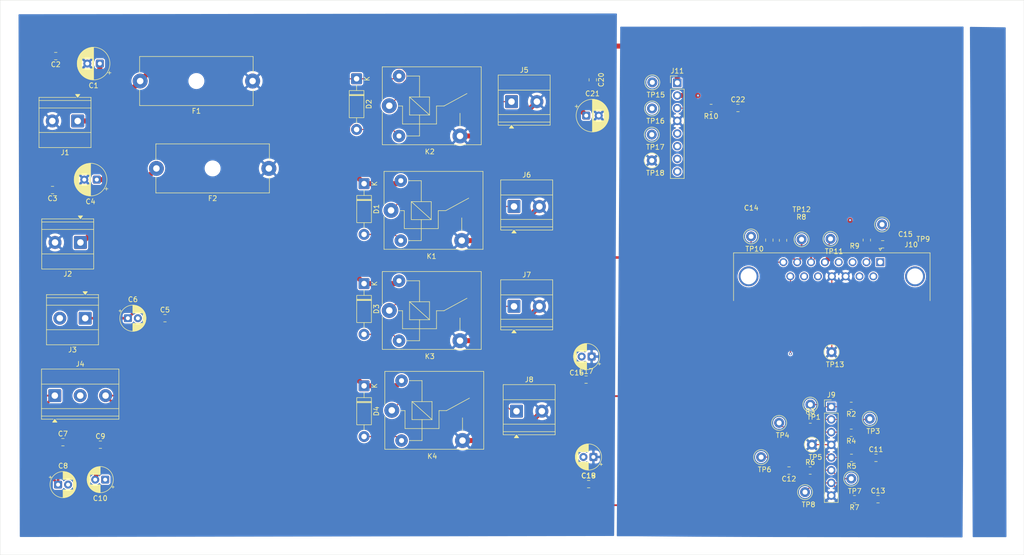
<source format=kicad_pcb>
(kicad_pcb (version 20241229) (generator "pcbnew") (generator_version "9.0")
  (layers (0 "F.Cu" signal) (2 "B.Cu" signal) (13 "F.Paste" user) (15 "B.Paste" user) (5 "F.SilkS" user "F.Silkscreen") (7 "B.SilkS" user "B.Silkscreen") (1 "F.Mask" user) (3 "B.Mask" user) (25 "Edge.Cuts" user))
  (net 0 "")
  (net 1 "GND_PWR")
  (net 2 "GND_SIG")
  (net 3 "/daq_interface/AO_MFC_SP_FILT")
  (net 4 "/daq_interface/AI_MFC_FLOW_FILT")
  (net 5 "Net-(C14-Pad1)")
  (net 6 "Net-(C15-Pad1)")
  (net 7 "Net-(C16-Pad2)")
  (net 8 "-15V")
  (net 9 "+15V")
  (net 10 "Net-(C18-Pad1)")
  (net 11 "/vacuum_gauge_interface/AI_PRESSURE_FILT")
  (net 12 "/relay_board/P0.1")
  (net 13 "+24V")
  (net 14 "+12V")
  (net 15 "/relay_board/P0.0")
  (net 16 "/relay_board/P0.2")
  (net 17 "/relay_board/P0.3")
  (net 18 "Net-(J5-Pin_1)")
  (net 19 "Net-(J6-Pin_1)")
  (net 20 "Net-(J7-Pin_1)")
  (net 21 "Net-(J8-Pin_1)")
  (net 22 "/daq_interface/DO_PRECURSOR")
  (net 23 "/daq_interface/DO_FORELINE")
  (net 24 "/daq_interface/AO_MFC_SETPOINT")
  (net 25 "/daq_interface/DO_N2")
  (net 26 "/daq_interface/AI_MFC_FLOW")
  (net 31 "CHASSIS_GND")
  (net 36 "/vacuum_gauge_interface/AI_PRESSURE")
  (net 40 "/daq_interface/DO_FORELINE_DRV")
  (net 41 "/daq_interface/DO_PRECURSOR_DRV")
  (net 42 "/daq_interface/DO_N2_DRV")
  (net 43 "+5V")
  (footprint "Resistor_SMD:R_0805_2012Metric_Pad1.20x1.40mm_HandSolder" (layer "F.Cu") (at 196.6308 62.7888 180)
    (property "Reference" "R10")
    (property "Value" "1k")
  )
  (footprint "Resistor_SMD:R_0805_2012Metric_Pad1.20x1.40mm_HandSolder" (layer "F.Cu") (at 224.6666 127.8336 180)
    (property "Reference" "R4")
    (property "Value" "330R")
  )
  (footprint "Fuse:Fuseholder_Cylinder-5x20mm_Schurter_0031_8201_Horizontal_Open" (layer "F.Cu") (at 108.1312 74.894 180)
    (property "Reference" "F2")
    (property "Value" "Fuse")
  )
  (footprint "Diode_THT:D_DO-41_SOD81_P10.16mm_Horizontal" (layer "F.Cu") (at 127.1862 77.948 -90)
    (property "Reference" "D1")
    (property "Value" "Diode")
  )
  (footprint "TestPoint:TestPoint_Loop_D2.50mm_Drill1.0mm" (layer "F.Cu") (at 184.8612 57.658)
    (property "Reference" "TP15")
    (property "Value" "TP_VAC_24V")
  )
  (footprint "Capacitor_SMD:C_0805_2012Metric_Pad1.18x1.45mm_HandSolder" (layer "F.Cu") (at 172.9447 57.15 -90)
    (property "Reference" "C20")
    (property "Value" "0.1uF")
  )
  (footprint "NetTie:NetTie-2_SMD_Pad0.5mm" (layer "F.Cu") (at 178.0322 92.7308)
    (property "Reference" "R_GND_TIE1" (hide yes))
    (property "Value" "R1" (hide yes))
  )
  (footprint "Capacitor_SMD:C_0805_2012Metric_Pad1.18x1.45mm_HandSolder" (layer "F.Cu") (at 87.3437 104.894)
    (property "Reference" "C5")
    (property "Value" "0.1uF")
  )
  (footprint "TestPoint:TestPoint_Loop_D2.50mm_Drill1.0mm" (layer "F.Cu") (at 230.8349 86.1268)
    (property "Reference" "TP9")
    (property "Value" "TestPoint")
  )
  (footprint "Capacitor_SMD:C_0805_2012Metric_Pad1.18x1.45mm_HandSolder" (layer "F.Cu") (at 229.6157 132.8628)
    (property "Reference" "C11")
    (property "Value" "10nF")
  )
  (footprint "TestPoint:TestPoint_Loop_D2.50mm_Drill1.0mm" (layer "F.Cu") (at 220.7257 111.6792)
    (property "Reference" "TP13")
    (property "Value" "TestPoint")
  )
  (footprint "Resistor_SMD:R_0805_2012Metric_Pad1.20x1.40mm_HandSolder" (layer "F.Cu") (at 224.7174 132.8628 180)
    (property "Reference" "R5")
    (property "Value" "100R")
  )
  (footprint "Diode_THT:D_DO-41_SOD81_P10.16mm_Horizontal" (layer "F.Cu") (at 127.1814 97.9632 -90)
    (property "Reference" "D3")
    (property "Value" "Diode")
  )
  (footprint "Diode_THT:D_DO-41_SOD81_P10.16mm_Horizontal" (layer "F.Cu") (at 127.1862 118.4356 -90)
    (property "Reference" "D4")
    (property "Value" "Diode")
  )
  (footprint "Capacitor_SMD:C_0805_2012Metric_Pad1.18x1.45mm_HandSolder" (layer "F.Cu") (at 65.4887 52.394 180)
    (property "Reference" "C2")
    (property "Value" "0.1uF")
  )
  (footprint "Capacitor_THT:CP_Radial_D6.3mm_P2.50mm" (layer "F.Cu") (at 171.639221 64.3128)
    (property "Reference" "C21")
    (property "Value" "47uF")
  )
  (footprint "Connector_PinHeader_2.54mm:PinHeader_1x08_P2.54mm_Vertical" (layer "F.Cu") (at 220.6752 122.6312)
    (property "Reference" "J9")
    (property "Value" "DAQ_IO")
  )
  (footprint "Capacitor_SMD:C_0805_2012Metric_Pad1.18x1.45mm_HandSolder" (layer "F.Cu") (at 172.120487 138.1252)
    (property "Reference" "C18")
    (property "Value" "0.1µF")
  )
  (footprint "TerminalBlock_Phoenix:TerminalBlock_Phoenix_MKDS-1,5-2-5.08_1x02_P5.08mm_Horizontal" (layer "F.Cu") (at 70.4262 89.7215 180)
    (property "Reference" "J2")
    (property "Value" "PWR_12V_IN")
  )
  (footprint "Capacitor_SMD:C_0805_2012Metric_Pad1.18x1.45mm_HandSolder" (layer "F.Cu") (at 171.6129 117.1956)
    (property "Reference" "C17")
    (property "Value" "0.1µF")
  )
  (footprint "Resistor_SMD:R_0805_2012Metric_Pad1.20x1.40mm_HandSolder" (layer "F.Cu") (at 216.453 135.4028)
    (property "Reference" "R6")
    (property "Value" "1k")
  )
  (footprint "Relay_THT:Relay_SPST_SANYOU_SRD_Series_Form_A" (layer "F.Cu") (at 132.5812 83.294)
    (property "Reference" "K1")
    (property "Value" "Relay 2")
  )
  (footprint "TestPoint:TestPoint_Loop_D2.50mm_Drill1.0mm" (layer "F.Cu") (at 215.421 139.7208)
    (property "Reference" "TP8")
    (property "Value" "TestPoint")
  )
  (footprint "Capacitor_SMD:C_0805_2012Metric_Pad1.18x1.45mm_HandSolder" (layer "F.Cu") (at 66.9237 129.7215)
    (property "Reference" "C7")
    (property "Value" "0.1uF")
  )
  (footprint "TestPoint:TestPoint_Loop_D2.50mm_Drill1.0mm" (layer "F.Cu") (at 220.5228 89.0016)
    (property "Reference" "TP11")
    (property "Value" "TestPoint")
  )
  (footprint "TestPoint:TestPoint_Loop_D2.50mm_Drill1.0mm" (layer "F.Cu") (at 216.7926 130.2212)
    (property "Reference" "TP5")
    (property "Value" "TestPoint")
  )
  (footprint "Capacitor_SMD:C_0805_2012Metric_Pad1.18x1.45mm_HandSolder" (layer "F.Cu") (at 74.4237 130.2215)
    (property "Reference" "C9")
    (property "Value" "0.1uF")
  )
  (footprint "Capacitor_THT:CP_Radial_D5.0mm_P2.00mm" (layer "F.Cu") (at 173.0756 132.6896 180)
    (property "Reference" "C19")
    (property "Value" "10µF")
  )
  (footprint "TerminalBlock_Phoenix:TerminalBlock_Phoenix_MKDS-1,5-2-5.08_1x02_P5.08mm_Horizontal" (layer "F.Cu") (at 157.1862 102.5165)
    (property "Reference" "J7")
    (property "Value" "J_N2_PURGE")
  )
  (footprint "TerminalBlock_Phoenix:TerminalBlock_Phoenix_MKDS-1,5-2-5.08_1x02_P5.08mm_Horizontal" (layer "F.Cu") (at 71.3812 104.894 180)
    (property "Reference" "J3")
    (property "Value" "PWR_5V_IN")
  )
  (footprint "Capacitor_SMD:C_0805_2012Metric_Pad1.18x1.45mm_HandSolder" (layer "F.Cu") (at 208.2797 89.2549 90)
    (property "Reference" "C14")
    (property "Value" "10nF")
  )
  (footprint "Resistor_SMD:R_0805_2012Metric_Pad1.20x1.40mm_HandSolder" (layer "F.Cu") (at 216.4718 125.192)
    (property "Reference" "R3")
    (property "Value" "330R")
  )
  (footprint "Resistor_SMD:R_0805_2012Metric_Pad1.20x1.40mm_HandSolder" (layer "F.Cu") (at 227.7869 89.2416 -90)
    (property "Reference" "R9")
    (property "Value" "1kΩ")
  )
  (footprint "TerminalBlock_Phoenix:TerminalBlock_Phoenix_MKDS-1,5-2-5.08_1x02_P5.08mm_Horizontal" (layer "F.Cu") (at 69.8812 65.394 180)
    (property "Reference" "J1")
    (property "Value" "PWR_24V_IN")
  )
  (footprint "Capacitor_SMD:C_0805_2012Metric_Pad1.18x1.45mm_HandSolder" (layer "F.Cu") (at 230.0221 141.1432)
    (property "Reference" "C13")
    (property "Value" "10nF")
  )
  (footprint "Connector_Dsub:DSUB-15_Socket_Horizontal_P2.77x2.84mm_EdgePinOffset4.94mm_Housed_MountingHolesOffset4.94mm" (layer "F.Cu") (at 230.4751 93.6688)
    (property "Reference" "J10")
    (property "Value" "MFC_DB15")
  )
  (footprint "TestPoint:TestPoint_Loop_D2.50mm_Drill1.0mm" (layer "F.Cu") (at 204.6221 88.5144)
    (property "Reference" "TP10")
    (property "Value" "TestPoint")
  )
  (footprint "Capacitor_SMD:C_0805_2012Metric_Pad1.18x1.45mm_HandSolder" (layer "F.Cu") (at 202.0023 62.7888)
    (property "Reference" "C22")
    (property "Value" "10nF")
  )
  (footprint "Resistor_SMD:R_0805_2012Metric_Pad1.20x1.40mm_HandSolder" (layer "F.Cu") (at 211.0229 89.2924 -90)
    (property "Reference" "R8")
    (property "Value" "1kΩ")
  )
  (footprint "Capacitor_THT:CP_Radial_D5.0mm_P2.00mm" (layer "F.Cu") (at 79.926088 104.894)
    (property "Reference" "C6")
    (property "Value" "10uF")
  )
  (footprint "Relay_THT:Relay_SPST_SANYOU_SRD_Series_Form_A" (layer "F.Cu") (at 132.7312 123.344)
    (property "Reference" "K4")
    (property "Value" "Relay 4")
  )
  (footprint "Capacitor_THT:CP_Radial_D5.0mm_P2.00mm" (layer "F.Cu") (at 172.72 112.5728 180)
    (property "Reference" "C16")
    (property "Value" "10µF")
  )
  (footprint "Connector_PinHeader_2.54mm:PinHeader_1x08_P2.54mm_Vertical" (layer "F.Cu") (at 189.862 57.7432)
    (property "Reference" "J11")
    (property "Value" "VACUUM_GAUGE_8PIN")
  )
  (footprint "Diode_THT:D_DO-41_SOD81_P10.16mm_Horizontal" (layer "F.Cu") (at 125.6862 56.9365 -90)
    (property "Reference" "D2")
    (property "Value" "Diode")
  )
  (footprint "Resistor_SMD:R_0805_2012Metric_Pad1.20x1.40mm_HandSolder" (layer "F.Cu") (at 225.311 141.1432 180)
    (property "Reference" "R7")
    (property "Value" "1k")
  )
  (footprint "Relay_THT:Relay_SPST_SANYOU_SRD_Series_Form_A" (layer "F.Cu") (at 132.2312 103.344)
    (property "Reference" "K3")
    (property "Value" "Relay 3")
  )
  (footprint "Capacitor_THT:CP_Radial_D5.0mm_P2.00mm" (layer "F.Cu") (at 75.3862 137.2215 180)
    (property "Reference" "C10")
    (property "Value" "10uF")
  )
  (footprint "TestPoint:TestPoint_Loop_D2.50mm_Drill1.0mm" (layer "F.Cu") (at 228.375 125.0396)
    (property "Reference" "TP3")
    (property "Value" "TestPoint")
  )
  (footprint "TerminalBlock_Phoenix:TerminalBlock_Phoenix_MKDS-1,5-2-5.08_1x02_P5.08mm_Horizontal" (layer "F.Cu") (at 156.6862 61.5165)
    (property "Reference" "J5")
    (property "Value" "J_FORELINE_VALVE")
  )
  (footprint "Capacitor_THT:CP_Radial_D6.3mm_P2.50mm" (layer "F.Cu") (at 74.3062 53.894 180)
    (property "Reference" "C1")
    (property "Value" "47uF")
  )
  (footprint "TestPoint:TestPoint_Loop_D2.50mm_Drill1.0mm" (layer "F.Cu") (at 224.6666 137.0284)
    (property "Reference" "TP7")
    (property "Value" "TestPoint")
  )
  (footprint "TestPoint:TestPoint_Loop_D2.50mm_Drill1.0mm" (layer "F.Cu") (at 184.8104 62.8904)
    (property "Reference" "TP16")
    (property "Value" "TP_VAC_GND")
  )
  (footprint "Capacitor_SMD:C_0805_2012Metric_Pad1.18x1.45mm_HandSolder" (layer "F.Cu") (at 230.958 90.0892)
    (property "Reference" "C15")
    (property "Value" "10nF")
  )
  (footprint "Capacitor_SMD:C_0805_2012Metric_Pad1.18x1.45mm_HandSolder" (layer "F.Cu") (at 64.8437 79.2215 180)
    (property "Reference" "C3")
    (property "Value" "0.1uF")
  )
  (footprint "TestPoint:TestPoint_Loop_D2.50mm_Drill1.0mm" (layer "F.Cu") (at 216.4878 122.1948)
    (property "Reference" "TP1")
    (property "Value" "TestPoint")
  )
  (footprint "Relay_THT:Relay_SPST_SANYOU_SRD_Series_Form_A" (layer "F.Cu") (at 132.2312 62.344)
    (property "Reference" "K2")
    (property "Value" "Relay 1")
  )
  (footprint "Fuse:Fuseholder_Cylinder-5x20mm_Schurter_0031_8201_Horizontal_Open" (layer "F.Cu") (at 104.8812 57.394 180)
    (property "Reference" "F1")
    (property "Value" "Fuse")
  )
  (footprint "Resistor_SMD:R_0805_2012Metric_Pad1.20x1.40mm_HandSolder" (layer "F.Cu") (at 224.6666 122.4488 180)
    (property "Reference" "R2")
    (property "Value" "330R")
  )
  (footprint "Capacitor_THT:CP_Radial_D6.3mm_P2.50mm" (layer "F.Cu") (at 73.6998 77.1352 180)
    (property "Reference" "C4")
    (property "Value" "47uF")
  )
  (footprint "TestPoint:TestPoint_Loop_D2.50mm_Drill1.0mm" (layer "F.Cu") (at 184.7596 73.3044)
    (property "Reference" "TP18")
    (property "Value" "TP_VAC_SIG_GND")
  )
  (footprint "TestPoint:TestPoint_Loop_D2.50mm_Drill1.0mm" (layer "F.Cu") (at 184.7596 68.1228)
    (property "Reference" "TP17")
    (property "Value" "TP_VAC_SIG")
  )
  (footprint "Capacitor_SMD:C_0805_2012Metric_Pad1.18x1.45mm_HandSolder" (layer "F.Cu") (at 212.1991 135.4028 180)
    (property "Reference" "C12")
    (property "Value" "10nF")
  )
  (footprint "TerminalBlock_Phoenix:TerminalBlock_Phoenix_MKDS-1,5-2-5.08_1x02_P5.08mm_Horizontal" (layer "F.Cu") (at 157.1862 82.5165)
    (property "Reference" "J6")
    (property "Value" "J_PRECURSOR_A")
  )
  (footprint "TerminalBlock_Phoenix:TerminalBlock_Phoenix_MKDS-1,5-2-5.08_1x02_P5.08mm_Horizontal" (layer "F.Cu") (at 157.6862 123.5165)
    (property "Reference" "J8")
    (property "Value" "J_SPARE")
  )
  (footprint "TerminalBlock_Phoenix:TerminalBlock_Phoenix_MKDS-1,5-3-5.08_1x03_P5.08mm_Horizontal" (layer "F.Cu") (at 65.3012 120.394)
    (property "Reference" "J4")
    (property "Value" "PWR_±15V_IN")
  )
  (footprint "TestPoint:TestPoint_Loop_D2.50mm_Drill1.0mm" (layer "F.Cu") (at 210.2394 125.8524)
    (property "Reference" "TP4")
    (property "Value" "TestPoint")
  )
  (footprint "TestPoint:TestPoint_Loop_D2.50mm_Drill1.0mm" (layer "F.Cu") (at 206.6326 132.7104)
    (property "Reference" "TP6")
    (property "Value" "TestPoint")
  )
  (footprint "TestPoint:TestPoint_Loop_D2.50mm_Drill1.0mm" (layer "F.Cu") (at 214.7316 89.1032)
    (property "Reference" "TP12")
    (property "Value" "TestPoint")
  )
  (footprint "Capacitor_THT:CP_Radial_D5.0mm_P2.00mm" (layer "F.Cu") (at 65.9612 138.2215)
    (property "Reference" "C8")
    (property "Value" "10uF")
  )
  (gr_rect (start 54.3596 41.1872) (end 259.2288 152.2984) (stroke (width 0.05)) (fill no) (layer "Edge.Cuts"))
  (segment (start 189.862 60.2832) (end 193.9888 60.2832) (width 1) (layer "F.Cu") (net 1))
  (segment (start 146.3812 109.394) (end 155.3887 109.394) (width 1) (layer "F.Cu") (net 1))
  (segment (start 155.3887 109.394) (end 162.2662 102.5165) (width 1) (layer "F.Cu") (net 1))
  (segment (start 146.8812 129.394) (end 156.8887 129.394) (width 1) (layer "F.Cu") (net 1))
  (segment (start 219.3951 93.6688) (end 224.4344 88.6295) (width 1) (layer "F.Cu") (net 1))
  (segment (start 224.4344 88.6295) (end 224.4344 85.2424) (width 1) (layer "F.Cu") (net 1))
  (segment (start 154.8887 68.394) (end 161.7662 61.5165) (width 1) (layer "F.Cu") (net 1))
  (segment (start 194.0052 60.2996) (end 193.9888 60.2832) (width 1) (layer "F.Cu") (net 1))
  (segment (start 156.8887 129.394) (end 162.7662 123.5165) (width 1) (layer "F.Cu") (net 1))
  (segment (start 155.4387 89.344) (end 162.2662 82.5165) (width 1) (layer "F.Cu") (net 1))
  (segment (start 146.3812 68.394) (end 154.8887 68.394) (width 1) (layer "F.Cu") (net 1))
  (segment (start 146.7312 89.344) (end 155.4387 89.344) (width 1) (layer "F.Cu") (net 1))
  (via (at 194.0052 60.2996) (size 0.6) (drill 0.3) (layers "F.Cu" "B.Cu") (net 1))
  (via (at 224.4344 85.2424) (size 0.6) (drill 0.3) (layers "F.Cu" "B.Cu") (net 1))
  (segment (start 220.7801 111.6248) (end 220.7257 111.6792) (width 0.2) (layer "F.Cu") (net 2))
  (segment (start 220.6452 130.2212) (end 220.6752 130.2512) (width 0.2) (layer "F.Cu") (net 2))
  (segment (start 216.7926 130.2212) (end 220.6452 130.2212) (width 0.2) (layer "F.Cu") (net 2))
  (segment (start 220.7801 96.5088) (end 220.7801 111.6248) (width 0.2) (layer "F.Cu") (net 2))
  (segment (start 225.7174 132.8628) (end 228.5782 132.8628) (width 0.2) (layer "F.Cu") (net 3))
  (segment (start 226.311 141.1432) (end 228.9846 141.1432) (width 0.2) (layer "F.Cu") (net 4))
  (segment (start 204.6221 88.5144) (end 204.6221 92.1212) (width 0.2) (layer "F.Cu") (net 5))
  (segment (start 206.1697 93.6688) (end 211.0851 93.6688) (width 0.2) (layer "F.Cu") (net 5))
  (segment (start 204.6221 92.1212) (end 206.1697 93.6688) (width 0.2) (layer "F.Cu") (net 5))
  (segment (start 211.0229 90.2924) (end 208.2797 90.2924) (width 0.2) (layer "F.Cu") (net 5))
  (segment (start 227.7869 90.2416) (end 229.7681 90.2416) (width 0.2) (layer "F.Cu") (net 6))
  (segment (start 233.8321 89.124) (end 230.8349 86.1268) (width 0.2) (layer "F.Cu") (net 6))
  (segment (start 229.7681 90.2416) (end 229.9205 90.0892) (width 0.2) (layer "F.Cu") (net 6))
  (segment (start 227.7051 93.6688) (end 229.2019 92.172) (width 0.2) (layer "F.Cu") (net 6))
  (segment (start 233.8321 92.172) (end 233.8321 89.124) (width 0.2) (layer "F.Cu") (net 6))
  (segment (start 227.7051 93.6688) (end 227.6617 93.6688) (width 0.2) (layer "F.Cu") (net 6))
  (segment (start 229.2019 92.172) (end 233.8321 92.172) (width 0.2) (layer "F.Cu") (net 6))
  (segment (start 227.6617 93.6688) (end 227.6345 93.696) (width 0.2) (layer "F.Cu") (net 6))
  (segment (start 217.424 90.6272) (end 216.6251 91.4261) (width 0.35) (layer "F.Cu") (net 8))
  (segment (start 167.9956 125.0696) (end 172.5676 120.4976) (width 0.35) (layer "F.Cu") (net 8))
  (segment (start 73.3862 137.2215) (end 73.3862 130.2215) (width 0.5) (layer "F.Cu") (net 8))
  (segment (start 84.2772 139.446) (end 155.2956 139.446) (width 0.35) (layer "F.Cu") (net 8))
  (segment (start 167.9956 130.302) (end 167.9956 125.0696) (width 0.35) (layer "F.Cu") (net 8))
  (segment (start 217.3224 90.5256) (end 217.424 90.6272) (width 0.35) (layer "F.Cu") (net 8))
  (segment (start 194.4624 82.4484) (end 195.326 81.5848) (width 0.35) (layer "F.Cu") (net 8))
  (segment (start 172.5676 120.4976) (end 172.6504 120.4148) (width 0.35) (layer "F.Cu") (net 8))
  (segment (start 195.326 81.5848) (end 217.3224 81.5848) (width 0.35) (layer "F.Cu") (net 8))
  (segment (start 75.4612 120.394) (end 78.4812 123.414) (width 0.5) (layer "F.Cu") (net 8))
  (segment (start 216.6251 91.4261) (end 216.6251 93.6688) (width 0.35) (layer "F.Cu") (net 8))
  (segment (start 217.3224 81.5848) (end 217.3224 90.5256) (width 0.35) (layer "F.Cu") (net 8))
  (segment (start 172.6504 120.4148) (end 172.6504 117.1956) (width 0.35) (layer "F.Cu") (net 8))
  (segment (start 160.4772 137.8204) (end 167.9956 130.302) (width 0.35) (layer "F.Cu") (net 8))
  (segment (start 172.5676 120.4976) (end 194.4624 120.4976) (width 0.35) (layer "F.Cu") (net 8))
  (segment (start 216.6251 93.6688) (end 220.5228 89.7711) (width 0.2) (layer "F.Cu") (net 8))
  (segment (start 81.7662 123.414) (end 81.7662 133.574) (width 0.5) (layer "F.Cu") (net 8))
  (segment (start 194.4624 120.4976) (end 194.4624 82.4484) (width 0.35) (layer "F.Cu") (net 8))
  (segment (start 84.2772 121.3612) (end 84.2772 139.446) (width 0.35) (layer "F.Cu") (net 8))
  (segment (start 75.4612 120.394) (end 83.31 120.394) (width 0.35) (layer "F.Cu") (net 8))
  (segment (start 78.4812 123.414) (end 81.7662 123.414) (width 0.5) (layer "F.Cu") (net 8))
  (segment (start 156.9212 137.8204) (end 160.4772 137.8204) (width 0.35) (layer "F.Cu") (net 8))
  (segment (start 83.31 120.394) (end 84.2772 121.3612) (width 0.35) (layer "F.Cu") (net 8))
  (segment (start 81.7662 133.574) (end 75.1622 133.6756) (width 0.5) (layer "F.Cu") (net 8))
  (segment (start 220.5228 89.7711) (end 220.5228 89.0016) (width 0.2) (layer "F.Cu") (net 8))
  (segment (start 155.2956 139.446) (end 156.9212 137.8204) (width 0.35) (layer "F.Cu") (net 8))
  (segment (start 75.1622 133.6756) (end 73.3862 137.2215) (width 0.5) (layer "F.Cu") (net 8))
  (segment (start 213.8551 93.5865) (end 214.7316 92.71) (width 0.35) (layer "F.Cu") (net 9))
  (segment (start 212.5915 92.4052) (end 213.8551 93.6688) (width 0.35) (layer "F.Cu") (net 9))
  (segment (start 197.866 142.3416) (end 197.866 84.1248) (width 0.35) (layer "F.Cu") (net 9))
  (segment (start 173.1772 141.986) (end 173.157987 141.966787) (width 0.35) (layer "F.Cu") (net 9))
  (segment (start 60.3504 143.51) (end 61.5188 142.3416) (width 0.35) (layer "F.Cu") (net 9))
  (segment (start 212.5472 86.9188) (end 212.5472 92.4052) (width 0.35) (layer "F.Cu") (net 9))
  (segment (start 61.4462 133.574) (end 65.9612 138.089) (width 0.5) (layer "F.Cu") (net 9))
  (segment (start 65.3012 120.394) (end 60.5048 120.394) (width 0.35) (layer "F.Cu") (net 9))
  (segment (start 61.4462 123.414) (end 61.4462 133.574) (width 0.5) (layer "F.Cu") (net 9))
  (segment (start 212.5472 92.4052) (end 212.5915 92.4052) (width 0.35) (layer "F.Cu") (net 9))
  (segment (start 173.157987 142.322387) (end 173.1772 142.3416) (width 0.2) (layer "F.Cu") (net 9))
  (segment (start 207.8736 83.7692) (end 210.9724 86.868) (width 0.35) (layer "F.Cu") (net 9))
  (segment (start 212.4964 86.868) (end 212.5472 86.9188) (width 0.35) (layer "F.Cu") (net 9))
  (segment (start 173.1772 142.3416) (end 197.866 142.3416) (width 0.35) (layer "F.Cu") (net 9))
  (segment (start 65.9612 138.2215) (end 65.9612 129.7965) (width 0.5) (layer "F.Cu") (net 9))
  (segment (start 65.9612 129.7965) (end 65.8862 129.7215) (width 0.2) (layer "F.Cu") (net 9))
  (segment (start 65.9612 138.089) (end 65.9612 138.2215) (width 0.2) (layer "F.Cu") (net 9))
  (segment (start 60.5048 120.394) (end 60.3504 120.5484) (width 0.35) (layer "F.Cu") (net 9))
  (segment (start 210.9724 86.868) (end 212.4964 86.868) (width 0.35) (layer "F.Cu") (net 9))
  (segment (start 214.7316 92.71) (end 214.7316 89.1032) (width 0.35) (layer "F.Cu") (net 9))
  (segment (start 197.866 84.1248) (end 198.2216 83.7692) (width 0.35) (layer "F.Cu") (net 9))
  (segment (start 61.5188 142.3416) (end 173.1772 142.3416) (width 0.35) (layer "F.Cu") (net 9))
  (segment (start 173.1772 142.3416) (end 173.1772 141.986) (width 0.35) (layer "F.Cu") (net 9))
  (segment (start 173.157987 141.966787) (end 173.157987 138.1252) (width 0.35) (layer "F.Cu") (net 9))
  (segment (start 198.2216 83.7692) (end 207.8736 83.7692) (width 0.35) (layer "F.Cu") (net 9))
  (segment (start 65.3012 120.394) (end 62.2812 123.414) (width 0.5) (layer "F.Cu") (net 9))
  (segment (start 62.2812 123.414) (end 61.4462 123.414) (width 0.5) (layer "F.Cu") (net 9))
  (segment (start 213.8551 93.6688) (end 213.8551 93.5865) (width 0.35) (layer "F.Cu") (net 9))
  (segment (start 60.3504 120.5484) (end 60.3504 143.51) (width 0.35) (layer "F.Cu") (net 9))
  (segment (start 213.2366 135.4028) (end 215.453 135.4028) (width 0.2) (layer "F.Cu") (net 11))
  (segment (start 197.6308 62.7888) (end 200.9648 62.7888) (width 0.2) (layer "F.Cu") (net 11))
  (segment (start 133.2952 88.108) (end 134.5312 89.344) (width 0.2) (layer "F.Cu") (net 12))
  (segment (start 127.1862 88.108) (end 133.2952 88.108) (width 0.2) (layer "F.Cu") (net 12))
  (segment (start 127.1862 118.4356) (end 133.6396 118.4356) (width 1) (layer "F.Cu") (net 13))
  (segment (start 69.8812 65.394) (end 74.3812 65.394) (width 1) (layer "F.Cu") (net 13))
  (segment (start 75.5305 64.2447) (end 77.3593 62.4159) (width 1) (layer "F.Cu") (net 13))
  (segment (start 189.9412 52.9844) (end 189.862 53.0636) (width 1) (layer "F.Cu") (net 13))
  (segment (start 127.1862 77.948) (end 133.9272 77.948) (width 1) (layer "F.Cu") (net 13))
  (segment (start 131.2164 50.3936) (end 168.91 50.3936) (width 1) (layer "F.Cu") (net 13))
  (segment (start 172.72 50.3936) (end 187.3504 50.3936) (width 1) (layer "F.Cu") (net 13))
  (segment (start 168.91 61.583579) (end 171.639221 64.3128) (width 1) (layer "F.Cu") (net 13))
  (segment (start 129.1844 52.4256) (end 131.2164 50.3936) (width 1) (layer "F.Cu") (net 13))
  (segment (start 134.989331 58.345) (end 131.890701 58.345) (width 1) (layer "F.Cu") (net 13))
  (segment (start 79.2135 60.5617) (end 82.3812 57.394) (width 1) (layer "F.Cu") (net 13))
  (segment (start 74.3812 65.394) (end 75.5305 64.2447) (width 1) (layer "F.Cu") (net 13))
  (segment (start 168.91 50.3936) (end 168.91 61.583579) (width 1) (layer "F.Cu") (net 13))
  (segment (start 168.91 50.3936) (end 172.72 50.3936) (width 1) (layer "F.Cu") (net 13))
  (segment (start 123.8852 94.667) (end 127.1814 97.9632) (width 1) (layer "F.Cu") (net 13))
  (segment (start 64.4512 54.6894) (end 68.2026 58.4408) (width 1) (layer "F.Cu") (net 13))
  (segment (start 74.3062 55.6544) (end 79.2135 60.5617) (width 1) (layer "F.Cu") (net 13))
  (segment (start 134.989331 54.443) (end 136.1322 55.585869) (width 1) (layer "F.Cu") (net 13))
  (segment (start 129.1844 54.443) (end 129.1844 52.4256) (width 1) (layer "F.Cu") (net 13))
  (segment (start 123.8852 74.647) (end 127.1862 77.948) (width 1) (layer "F.Cu") (net 13))
  (segment (start 187.3504 50.3936) (end 189.9412 52.9844) (width 1) (layer "F.Cu") (net 13))
  (segment (start 123.8852 94.667) (end 123.8852 115.1346) (width 1) (layer "F.Cu") (net 13))
  (segment (start 129.1844 54.443) (end 134.989331 54.443) (width 1) (layer "F.Cu") (net 13))
  (segment (start 136.1322 57.202131) (end 134.989331 58.345) (width 1) (layer "F.Cu") (net 13))
  (segment (start 123.8852 115.1346) (end 127.1862 118.4356) (width 1) (layer "F.Cu") (net 13))
  (segment (start 73.3842 58.4408) (end 77.3593 62.4159) (width 1) (layer "F.Cu") (net 13))
  (segment (start 133.612 97.9632) (end 134.1812 97.394) (width 1) (layer "F.Cu") (net 13))
  (segment (start 136.1322 55.585869) (end 136.1322 57.202131) (width 1) (layer "F.Cu") (net 13))
  (segment (start 74.3062 53.9272) (end 74.5526 54.1736) (width 0.2) (layer "F.Cu") (net 13))
  (segment (start 123.8852 66.350501) (end 123.8852 74.647) (width 1) (layer "F.Cu") (net 13))
  (segment (start 75.5305 64.2447) (end 85.3322 54.443) (width 1) (layer "F.Cu") (net 13))
  (segment (start 64.4512 52.394) (end 64.4512 54.6894) (width 1) (layer "F.Cu") (net 13))
  (segment (start 189.862 53.0636) (end 189.862 57.7432) (width 1) (layer "F.Cu") (net 13))
  (segment (start 74.5526 54.1736) (end 74.816814 54.1736) (width 0.2) (layer "F.Cu") (net 13))
  (segment (start 85.3322 54.443) (end 129.1844 54.443) (width 1) (layer "F.Cu") (net 13))
  (segment (start 123.8852 74.647) (end 123.8852 94.667) (width 1) (layer "F.Cu") (net 13))
  (segment (start 74.3062 53.894) (end 74.3062 55.6544) (width 1) (layer "F.Cu") (net 13))
  (segment (start 133.6396 118.4356) (end 134.6812 117.394) (width 1) (layer "F.Cu") (net 13))
  (segment (start 131.890701 58.345) (end 123.8852 66.350501) (width 1) (layer "F.Cu") (net 13))
  (segment (start 74.3062 53.894) (end 74.3062 53.9272) (width 0.2) (layer "F.Cu") (net 13))
  (segment (start 133.9272 77.948) (end 134.5312 77.344) (width 1) (layer "F.Cu") (net 13))
  (segment (start 68.2026 58.4408) (end 73.3842 58.4408) (width 1) (layer "F.Cu") (net 13))
  (segment (start 172.9447 50.6183) (end 172.9447 56.1125) (width 1) (layer "F.Cu") (net 13))
  (segment (start 77.3593 62.4159) (end 79.2135 60.5617) (width 1) (layer "F.Cu") (net 13))
  (segment (start 127.1814 97.9632) (end 133.612 97.9632) (width 1) (layer "F.Cu") (net 13))
  (segment (start 172.72 50.3936) (end 172.9447 50.6183) (width 1) (layer "F.Cu") (net 13))
  (segment (start 133.6387 56.9365) (end 134.1812 56.394) (width 1) (layer "F.Cu") (net 14))
  (segment (start 73.6998 77.1352) (end 75.213 77.1352) (width 1) (layer "F.Cu") (net 14))
  (segment (start 70.4262 89.7215) (end 70.8037 89.7215) (width 0.2) (layer "F.Cu") (net 14))
  (segment (start 64.9514 82.2152) (end 78.2855 82.2397) (width 1) (layer "F.Cu") (net 14))
  (segment (start 75.213 77.1352) (end 79.3015 81.2237) (width 1) (layer "F.Cu") (net 14))
  (segment (start 107.3186 65.248) (end 116.9509 56.9365) (width 0.2) (layer "F.Cu") (net 14))
  (segment (start 82.5019 66.9752) (end 82.5019 65.2743) (width 0.2) (layer "F.Cu") (net 14))
  (segment (start 82.5019 65.2743) (end 107.3186 65.248) (width 0.2) (layer "F.Cu") (net 14))
  (segment (start 82.5019 78.0233) (end 85.6312 74.894) (width 1) (layer "F.Cu") (net 14))
  (segment (start 70.8037 89.7215) (end 78.2855 82.2397) (width 1) (layer "F.Cu") (net 14))
  (segment (start 82.5019 65.2743) (end 82.579 65.1972) (width 0.2) (layer "F.Cu") (net 14))
  (segment (start 82.5019 78.0233) (end 82.5019 66.9752) (width 0.2) (layer "F.Cu") (net 14))
  (segment (start 78.2855 82.2397) (end 79.3015 81.2237) (width 1) (layer "F.Cu") (net 14))
  (segment (start 63.8062 79.2215) (end 64.9514 82.2152) (width 1) (layer "F.Cu") (net 14))
  (segment (start 116.9509 56.9365) (end 125.6862 56.9365) (width 0.2) (layer "F.Cu") (net 14))
  (segment (start 125.6862 56.9365) (end 133.6387 56.9365) (width 0.2) (layer "F.Cu") (net 14))
  (segment (start 79.3015 81.2237) (end 82.5019 78.0233) (width 1) (layer "F.Cu") (net 14))
  (segment (start 125.6862 67.0965) (end 132.8837 67.0965) (width 0.2) (layer "F.Cu") (net 15))
  (segment (start 132.8837 67.0965) (end 134.1812 68.394) (width 0.2) (layer "F.Cu") (net 15))
  (segment (start 127.1814 108.1232) (end 132.9104 108.1232) (width 0.2) (layer "F.Cu") (net 16))
  (segment (start 132.9104 108.1232) (end 134.1812 109.394) (width 0.2) (layer "F.Cu") (net 16))
  (segment (start 127.1862 128.5956) (end 133.8828 128.5956) (width 0.2) (layer "F.Cu") (net 17))
  (segment (start 133.8828 128.5956) (end 134.6812 129.394) (width 0.2) (layer "F.Cu") (net 17))
  (segment (start 152.5814 59.2028) (end 135.3724 59.2028) (width 0.2) (layer "F.Cu") (net 18))
  (segment (start 156.6862 61.5165) (end 154.8951 61.5165) (width 0.2) (layer "F.Cu") (net 18))
  (segment (start 154.8951 61.5165) (end 152.5814 59.2028) (width 0.2) (layer "F.Cu") (net 18))
  (segment (start 135.3724 59.2028) (end 132.2312 62.344) (width 0.2) (layer "F.Cu") (net 18))
  (segment (start 152.4798 79.98) (end 155.0163 82.5165) (width 0.2) (layer "F.Cu") (net 19))
  (segment (start 135.0554 80.8198) (end 135.0554 79.98) (width 0.2) (layer "F.Cu") (net 19))
  (segment (start 135.0554 79.98) (end 152.4798 79.98) (width 0.2) (layer "F.Cu") (net 19))
  (segment (start 132.5812 83.294) (end 135.0554 80.8198) (width 0.2) (layer "F.Cu") (net 19))
  (segment (start 155.0163 82.5165) (end 157.1862 82.5165) (width 0.2) (layer "F.Cu") (net 19))
  (segment (start 135.5292 100.046) (end 132.2312 103.344) (width 0.2) (layer "F.Cu") (net 20))
  (segment (start 157.1862 102.5165) (end 155.1535 102.5165) (width 0.2) (layer "F.Cu") (net 20))
  (segment (start 155.1535 102.5165) (end 152.683 100.046) (width 0.2) (layer "F.Cu") (net 20))
  (segment (start 152.683 100.046) (end 135.5292 100.046) (width 0.2) (layer "F.Cu") (net 20))
  (segment (start 157.6862 123.5165) (end 156.7479 123.5165) (width 0.2) (layer "F.Cu") (net 21))
  (segment (start 156.7479 123.5165) (end 152.9878 119.7564) (width 0.2) (layer "F.Cu") (net 21))
  (segment (start 136.3188 119.7564) (end 132.7312 123.344) (width 0.2) (layer "F.Cu") (net 21))
  (segment (start 152.9878 119.7564) (end 136.3188 119.7564) (width 0.2) (layer "F.Cu") (net 21))
  (segment (start 217.4926 125.1712) (end 217.4718 125.192) (width 0.2) (layer "F.Cu") (net 22))
  (segment (start 220.6752 125.1712) (end 217.4926 125.1712) (width 0.2) (layer "F.Cu") (net 22))
  (segment (start 228.2434 125.1712) (end 228.375 125.0396) (width 0.2) (layer "F.Cu") (net 22))
  (segment (start 220.6752 125.1712) (end 228.2434 125.1712) (width 0.2) (layer "F.Cu") (net 22))
  (segment (start 223.4842 122.6312) (end 223.6666 122.4488) (width 0.2) (layer "F.Cu") (net 23))
  (segment (start 220.6752 122.6312) (end 223.4842 122.6312) (width 0.2) (layer "F.Cu") (net 23))
  (segment (start 218.3166 122.1948) (end 218.753 122.6312) (width 0.2) (layer "F.Cu") (net 23))
  (segment (start 220.6752 122.6312) (end 218.753 122.6312) (width 0.2) (layer "F.Cu") (net 23))
  (segment (start 216.4878 122.1948) (end 218.3166 122.1948) (width 0.2) (layer "F.Cu") (net 23))
  (segment (start 214.2233 131.796) (end 214.7821 132.3548) (width 0.2) (layer "F.Cu") (net 24))
  (segment (start 219.7308 131.8468) (end 220.6752 132.7912) (width 0.2) (layer "F.Cu") (net 24))
  (segment (start 204.6729 84.7044) (end 201.5233 84.7044) (width 0.2) (layer "F.Cu") (net 24))
  (segment (start 220.6752 132.7912) (end 223.6458 132.7912) (width 0.2) (layer "F.Cu") (net 24))
  (segment (start 220.5944 132.7104) (end 220.6752 132.7912) (width 0.2) (layer "F.Cu") (net 24))
  (segment (start 207.3656 128.4943) (end 207.50745 128.63615) (width 0.2) (layer "F.Cu") (net 24))
  (segment (start 206.6326 132.7104) (end 220.5944 132.7104) (width 0.2) (layer "F.Cu") (net 24))
  (segment (start 201.5233 90.0681) (end 207.3656 95.9104) (width 0.2) (layer "F.Cu") (net 24))
  (segment (start 214.7821 132.3548) (end 219.1001 132.3548) (width 0.2) (layer "F.Cu") (net 24))
  (segment (start 219.6081 131.8468) (end 219.7308 131.8468) (width 0.2) (layer "F.Cu") (net 24))
  (segment (start 223.6458 132.7912) (end 223.7174 132.8628) (width 0.2) (layer "F.Cu") (net 24))
  (segment (start 201.5233 84.7044) (end 201.5233 90.0681) (width 0.2) (layer "F.Cu") (net 24))
  (segment (start 207.3653 128.494) (end 207.50745 128.63615) (width 0.2) (layer "F.Cu") (net 24))
  (segment (start 207.50745 128.63615) (end 210.6673 131.796) (width 0.2) (layer "F.Cu") (net 24))
  (segment (start 206.4509 86.4824) (end 204.6729 84.7044) (width 0.2) (layer "F.Cu") (net 24))
  (segment (start 210.6673 131.796) (end 214.2233 131.796) (width 0.2) (layer "F.Cu") (net 24))
  (segment (start 211.0229 88.2924) (end 209.2129 86.4824) (width 0.2) (layer "F.Cu") (net 24))
  (segment (start 209.2129 86.4824) (end 206.4509 86.4824) (width 0.2) (layer "F.Cu") (net 24))
  (segment (start 207.3656 95.9104) (end 207.3656 128.4943) (width 0.2) (layer "F.Cu") (net 24))
  (segment (start 219.1001 132.3548) (end 219.6081 131.8468) (width 0.2) (layer "F.Cu") (net 24))
  (segment (start 212.0982 127.7112) (end 220.6752 127.7112) (width 0.2) (layer "F.Cu") (net 25))
  (segment (start 210.2394 125.8524) (end 212.0982 127.7112) (width 0.2) (layer "F.Cu") (net 25))
  (segment (start 223.5442 127.7112) (end 223.6666 127.8336) (width 0.2) (layer "F.Cu") (net 25))
  (segment (start 220.6752 127.7112) (end 223.5442 127.7112) (width 0.2) (layer "F.Cu") (net 25))
  (segment (start 227.9393 86.4824) (end 227.9393 84.40435) (width 0.2) (layer "F.Cu") (net 26))
  (segment (start 220.6752 137.8712) (end 223.9472 141.1432) (width 0.2) (layer "F.Cu") (net 26))
  (segment (start 231.5464 83.8708) (end 236.504 83.8708) (width 0.2) (layer "F.Cu") (net 26))
  (segment (start 223.3966 139.4668) (end 227.4098 139.4668) (width 0.2) (layer "F.Cu") (net 26))
  (segment (start 228.5274 138.2984) (end 233.201 138.2984) (width 0.2) (layer "F.Cu") (net 26))
  (segment (start 227.9393 86.4824) (end 227.7869 86.6348) (width 0.2) (layer "F.Cu") (net 26))
  (segment (start 231.57195 83.8708) (end 228.47285 83.8708) (width 0.2) (layer "F.Cu") (net 26))
  (segment (start 227.9393 84.40435) (end 228.47285 83.8708) (width 0.2) (layer "F.Cu") (net 26))
  (segment (start 236.504 83.8708) (end 240.792 88.1588) (width 0.2) (layer "F.Cu") (net 26))
  (segment (start 243.8397 88.1588) (end 240.792 88.1588) (width 0.2) (layer "F.Cu") (net 26))
  (segment (start 240.792 88.1588) (end 240.6393 88.1588) (width 0.2) (layer "F.Cu") (net 26))
  (segment (start 220.6752 137.8712) (end 221.801 137.8712) (width 0.2) (layer "F.Cu") (net 26))
  (segment (start 227.7869 86.6348) (end 227.7869 88.2416) (width 0.2) (layer "F.Cu") (net 26))
  (segment (start 233.201 138.2984) (end 233.3026 138.4) (width 0.2) (layer "F.Cu") (net 26))
  (segment (start 217.2706 137.8712) (end 220.6752 137.8712) (width 0.2) (layer "F.Cu") (net 26))
  (segment (start 243.8397 127.8629) (end 233.3026 138.4) (width 0.2) (layer "F.Cu") (net 26))
  (segment (start 221.801 137.8712) (end 223.3966 139.4668) (width 0.2) (layer "F.Cu") (net 26))
  (segment (start 227.4098 139.4668) (end 228.5274 138.3492) (width 0.2) (layer "F.Cu") (net 26))
  (segment (start 220.6752 137.8712) (end 221.5252 138.7212) (width 0.2) (layer "F.Cu") (net 26))
  (segment (start 228.5274 138.3492) (end 228.5274 138.2984) (width 0.2) (layer "F.Cu") (net 26))
  (segment (start 223.9472 141.1432) (end 224.311 141.1432) (width 0.2) (layer "F.Cu") (net 26))
  (segment (start 243.8397 88.1588) (end 243.8397 127.8629) (width 0.2) (layer "F.Cu") (net 26))
  (segment (start 215.421 139.7208) (end 217.2706 137.8712) (width 0.2) (layer "F.Cu") (net 26))
  (segment (start 243.6873 88.3112) (end 243.8397 88.1588) (width 0.2) (layer "F.Cu") (net 26))
  (segment (start 212.4964 96.5351) (end 212.4964 112.014) (width 0.2) (layer "F.Cu") (net 31))
  (segment (start 212.4701 96.5088) (end 212.4964 96.5351) (width 0.2) (layer "F.Cu") (net 31))
  (via (at 212.4964 112.014) (size 0.6) (drill 0.3) (layers "F.Cu" "B.Cu") (net 31))
  (segment (start 220.6752 135.3312) (end 222.3724 137.0284) (width 0.2) (layer "F.Cu") (net 36))
  (segment (start 217.5038 135.4028) (end 217.5754 135.3312) (width 0.2) (layer "F.Cu") (net 36))
  (segment (start 189.862 62.8232) (end 195.5964 62.8232) (width 0.2) (layer "F.Cu") (net 36))
  (segment (start 195.5964 62.8232) (end 195.6308 62.7888) (width 0.2) (layer "F.Cu") (net 36))
  (segment (start 222.3724 137.0284) (end 224.6666 137.0284) (width 0.2) (layer "F.Cu") (net 36))
  (segment (start 217.5754 135.3312) (end 220.6752 135.3312) (width 0.2) (layer "F.Cu") (net 36))
  (segment (start 217.453 135.4028) (end 217.5038 135.4028) (width 0.2) (layer "F.Cu") (net 36))
  (segment (start 81.726088 103.094) (end 79.926088 104.894) (width 0.5) (layer "F.Cu") (net 43))
  (segment (start 84.5062 103.094) (end 81.726088 103.094) (width 0.5) (layer "F.Cu") (net 43))
  (segment (start 71.3812 104.894) (end 79.926088 104.894) (width 0.5) (layer "F.Cu") (net 43))
  (segment (start 86.3062 104.894) (end 84.5062 103.094) (width 0.5) (layer "F.Cu") (net 43))
  (zone (net 31) (net_name "CHASSIS_GND") (layer "B.Cu") (name "gnd_pwr_keepout") (priority 2) (connect_pads (clearance 0.2)) (min_thickness 0.25) (fill yes (thermal_gap 0.5) (thermal_bridge_width 0.5))
    (polygon (pts (xy 248.412 46.5328) (xy 248.9708 148.7424) (xy 255.7272 148.7424) (xy 255.5748 46.6344) (xy 248.3104 46.5328)))
  )
  (zone (net 2) (net_name "GND_SIG") (layer "B.Cu") (name "gnd_pwr_keepout") (priority 1) (connect_pads (clearance 0.2)) (min_thickness 0.25) (fill yes (thermal_gap 0.5) (thermal_bridge_width 0.5))
    (polygon (pts (xy 177.7492 148.56) (xy 181.5374 148.56) (xy 193.8818 148.6616) (xy 206.287454 148.713725) (xy 246.9388 148.7932) (xy 247.0404 133.604) (xy 247.142 46.482) (xy 178.4386 46.5028) (xy 178.4386 47.468)))
  )
  (zone (net 1) (net_name "GND_PWR") (layer "B.Cu") (name "gnd_pwr_keepout") (connect_pads (clearance 0.2)) (min_thickness 0.25) (fill yes (thermal_gap 0.5) (thermal_bridge_width 0.5))
    (polygon (pts (xy 58.0426 44.0136) (xy 58.2966 148.7124) (xy 177.2194 148.5092) (xy 177.321 139.416) (xy 177.7782 43.8612)))
  )
)
</source>
